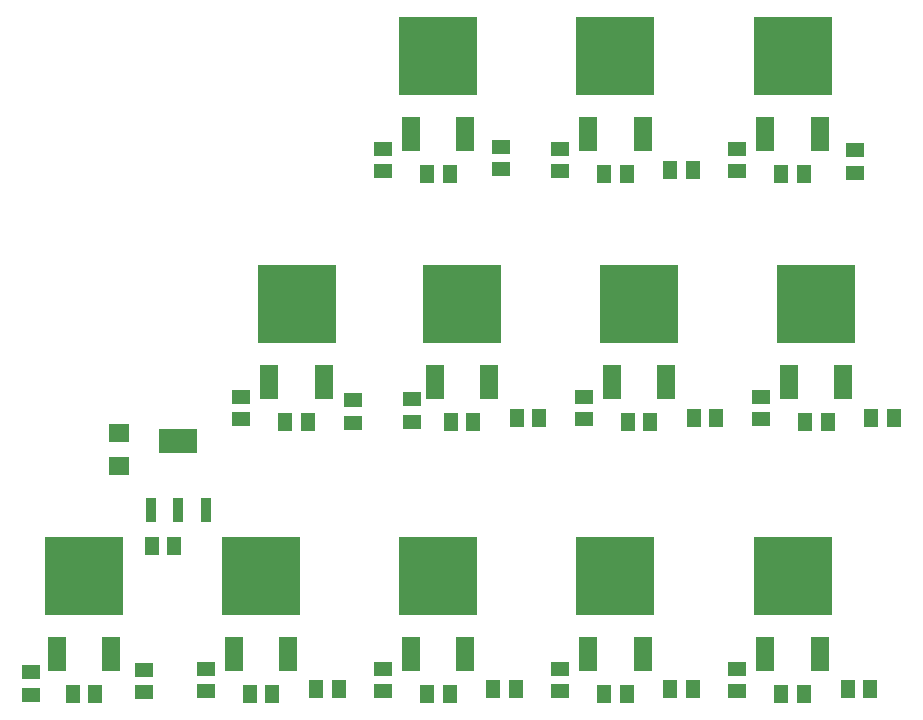
<source format=gbr>
G04 EAGLE Gerber RS-274X export*
G75*
%MOMM*%
%FSLAX34Y34*%
%LPD*%
%INSolderpaste Top*%
%IPPOS*%
%AMOC8*
5,1,8,0,0,1.08239X$1,22.5*%
G01*
%ADD10R,1.500000X1.300000*%
%ADD11R,1.300000X1.500000*%
%ADD12R,0.950000X2.150000*%
%ADD13R,3.250000X2.150000*%
%ADD14R,1.800000X1.600000*%
%ADD15R,6.700000X6.700000*%
%ADD16R,1.600000X3.000000*%


D10*
X145000Y154500D03*
X145000Y173500D03*
D11*
X199500Y155000D03*
X180500Y155000D03*
D10*
X241000Y175500D03*
X241000Y156500D03*
D12*
X247000Y311000D03*
X270000Y311000D03*
X293000Y311000D03*
D13*
X270000Y369000D03*
D14*
X220000Y348000D03*
X220000Y376000D03*
D11*
X247500Y280000D03*
X266500Y280000D03*
D15*
X190000Y255000D03*
D16*
X213000Y189000D03*
X167000Y189000D03*
D10*
X293000Y157500D03*
X293000Y176500D03*
D11*
X349500Y155000D03*
X330500Y155000D03*
X405500Y159000D03*
X386500Y159000D03*
D15*
X340000Y255000D03*
D16*
X363000Y189000D03*
X317000Y189000D03*
D10*
X443000Y157500D03*
X443000Y176500D03*
D11*
X499500Y155000D03*
X480500Y155000D03*
X555500Y159000D03*
X536500Y159000D03*
D15*
X490000Y255000D03*
D16*
X513000Y189000D03*
X467000Y189000D03*
D10*
X593000Y157500D03*
X593000Y176500D03*
D11*
X649500Y155000D03*
X630500Y155000D03*
X705500Y159000D03*
X686500Y159000D03*
D15*
X640000Y255000D03*
D16*
X663000Y189000D03*
X617000Y189000D03*
D10*
X743000Y157500D03*
X743000Y176500D03*
D11*
X799500Y155000D03*
X780500Y155000D03*
X855500Y159000D03*
X836500Y159000D03*
D15*
X790000Y255000D03*
D16*
X813000Y189000D03*
X767000Y189000D03*
D10*
X323000Y387500D03*
X323000Y406500D03*
D11*
X379500Y385000D03*
X360500Y385000D03*
D10*
X418000Y403500D03*
X418000Y384500D03*
D15*
X370000Y485000D03*
D16*
X393000Y419000D03*
X347000Y419000D03*
D10*
X468000Y385500D03*
X468000Y404500D03*
D11*
X519500Y385000D03*
X500500Y385000D03*
X575500Y389000D03*
X556500Y389000D03*
D15*
X510000Y485000D03*
D16*
X533000Y419000D03*
X487000Y419000D03*
D10*
X613000Y387500D03*
X613000Y406500D03*
D11*
X669500Y385000D03*
X650500Y385000D03*
X725500Y389000D03*
X706500Y389000D03*
D15*
X660000Y485000D03*
D16*
X683000Y419000D03*
X637000Y419000D03*
D10*
X763000Y387500D03*
X763000Y406500D03*
D11*
X819500Y385000D03*
X800500Y385000D03*
X875500Y389000D03*
X856500Y389000D03*
D15*
X810000Y485000D03*
D16*
X833000Y419000D03*
X787000Y419000D03*
D10*
X443000Y597500D03*
X443000Y616500D03*
D11*
X499500Y595000D03*
X480500Y595000D03*
D10*
X543000Y618500D03*
X543000Y599500D03*
D15*
X490000Y695000D03*
D16*
X513000Y629000D03*
X467000Y629000D03*
D10*
X593000Y597500D03*
X593000Y616500D03*
D11*
X649500Y595000D03*
X630500Y595000D03*
X705500Y599000D03*
X686500Y599000D03*
D15*
X640000Y695000D03*
D16*
X663000Y629000D03*
X617000Y629000D03*
D10*
X743000Y597500D03*
X743000Y616500D03*
D11*
X799500Y595000D03*
X780500Y595000D03*
D10*
X843000Y615500D03*
X843000Y596500D03*
D15*
X790000Y695000D03*
D16*
X813000Y629000D03*
X767000Y629000D03*
M02*

</source>
